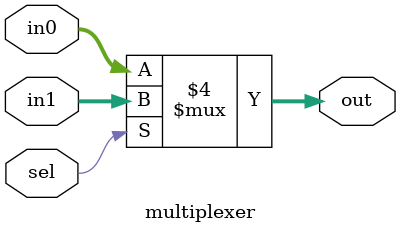
<source format=v>
module multiplexer (out, sel, in0, in1);

output reg [7:0] out;
input [7:0] in0, in1;
input sel;

always@(sel or in0 or in1)
begin
if(sel == 0)
out <= in0;
else
out <= in1;
end
endmodule

</source>
